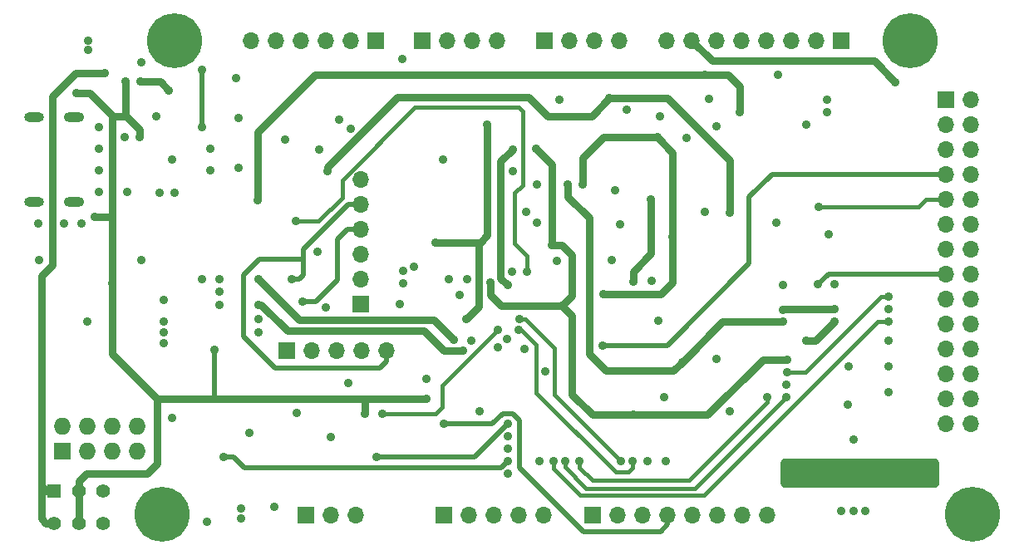
<source format=gbr>
G04 #@! TF.GenerationSoftware,KiCad,Pcbnew,5.1.6-c6e7f7d~87~ubuntu18.04.1*
G04 #@! TF.CreationDate,2020-10-25T15:07:58+02:00*
G04 #@! TF.ProjectId,PSLab,50534c61-622e-46b6-9963-61645f706362,v6.1*
G04 #@! TF.SameCoordinates,Original*
G04 #@! TF.FileFunction,Copper,L3,Inr*
G04 #@! TF.FilePolarity,Positive*
%FSLAX46Y46*%
G04 Gerber Fmt 4.6, Leading zero omitted, Abs format (unit mm)*
G04 Created by KiCad (PCBNEW 5.1.6-c6e7f7d~87~ubuntu18.04.1) date 2020-10-25 15:07:58*
%MOMM*%
%LPD*%
G01*
G04 APERTURE LIST*
G04 #@! TA.AperFunction,ViaPad*
%ADD10O,2.100000X1.000000*%
G04 #@! TD*
G04 #@! TA.AperFunction,ViaPad*
%ADD11O,2.000000X1.000000*%
G04 #@! TD*
G04 #@! TA.AperFunction,ViaPad*
%ADD12R,1.700000X1.700000*%
G04 #@! TD*
G04 #@! TA.AperFunction,ViaPad*
%ADD13O,1.700000X1.700000*%
G04 #@! TD*
G04 #@! TA.AperFunction,ViaPad*
%ADD14R,1.400000X1.400000*%
G04 #@! TD*
G04 #@! TA.AperFunction,ViaPad*
%ADD15C,1.400000*%
G04 #@! TD*
G04 #@! TA.AperFunction,ViaPad*
%ADD16R,1.727200X1.727200*%
G04 #@! TD*
G04 #@! TA.AperFunction,ViaPad*
%ADD17O,1.727200X1.727200*%
G04 #@! TD*
G04 #@! TA.AperFunction,ViaPad*
%ADD18C,5.600000*%
G04 #@! TD*
G04 #@! TA.AperFunction,ViaPad*
%ADD19C,0.914400*%
G04 #@! TD*
G04 #@! TA.AperFunction,Conductor*
%ADD20C,0.762000*%
G04 #@! TD*
G04 #@! TA.AperFunction,Conductor*
%ADD21C,0.304800*%
G04 #@! TD*
G04 #@! TA.AperFunction,Conductor*
%ADD22C,0.406400*%
G04 #@! TD*
G04 #@! TA.AperFunction,Conductor*
%ADD23C,0.508000*%
G04 #@! TD*
G04 #@! TA.AperFunction,Conductor*
%ADD24C,0.254000*%
G04 #@! TD*
G04 APERTURE END LIST*
D10*
X95945000Y-79170000D03*
X95945000Y-70530000D03*
D11*
X91865000Y-79170000D03*
X91865000Y-70530000D03*
D12*
X184736400Y-68757600D03*
D13*
X187276400Y-68757600D03*
X184736400Y-71297600D03*
X187276400Y-71297600D03*
X184736400Y-73837600D03*
X187276400Y-73837600D03*
X184736400Y-76377600D03*
X187276400Y-76377600D03*
X184736400Y-78917600D03*
X187276400Y-78917600D03*
X184736400Y-81457600D03*
X187276400Y-81457600D03*
X184736400Y-83997600D03*
X187276400Y-83997600D03*
X184736400Y-86537600D03*
X187276400Y-86537600D03*
X184736400Y-89077600D03*
X187276400Y-89077600D03*
X184736400Y-91617600D03*
X187276400Y-91617600D03*
X184736400Y-94157600D03*
X187276400Y-94157600D03*
X184736400Y-96697600D03*
X187276400Y-96697600D03*
X184736400Y-99237600D03*
X187276400Y-99237600D03*
X184736400Y-101777600D03*
X187276400Y-101777600D03*
D12*
X125148000Y-89611000D03*
D13*
X125148000Y-87071000D03*
X125148000Y-84531000D03*
X125148000Y-81991000D03*
X125148000Y-79451000D03*
X125148000Y-76911000D03*
D12*
X117629600Y-94335400D03*
D13*
X120169600Y-94335400D03*
X122709600Y-94335400D03*
X125249600Y-94335400D03*
X127789600Y-94335400D03*
D12*
X143850000Y-62750000D03*
D13*
X146390000Y-62750000D03*
X148930000Y-62750000D03*
X151470000Y-62750000D03*
D12*
X174090000Y-62750000D03*
D13*
X171550000Y-62750000D03*
X169010000Y-62750000D03*
X166470000Y-62750000D03*
X163930000Y-62750000D03*
X161390000Y-62750000D03*
X158850000Y-62750000D03*
X156310000Y-62750000D03*
D12*
X148770000Y-111074000D03*
D13*
X151310000Y-111074000D03*
X153850000Y-111074000D03*
X156390000Y-111074000D03*
X158930000Y-111074000D03*
X161470000Y-111074000D03*
X164010000Y-111074000D03*
X166550000Y-111074000D03*
D12*
X133580800Y-111074000D03*
D13*
X136120800Y-111074000D03*
X138660800Y-111074000D03*
X141200800Y-111074000D03*
X143740800Y-111074000D03*
D12*
X119560000Y-111074000D03*
D13*
X122100000Y-111074000D03*
X124640000Y-111074000D03*
D14*
X93906000Y-108635600D03*
D15*
X96406000Y-108635600D03*
X98906000Y-108635600D03*
X93906000Y-111935600D03*
X96406000Y-111935600D03*
X98906000Y-111935600D03*
D16*
X94693400Y-104546200D03*
D17*
X94693400Y-102006200D03*
X97233400Y-104546200D03*
X97233400Y-102006200D03*
X99773400Y-104546200D03*
X99773400Y-102006200D03*
X102313400Y-104546200D03*
X102313400Y-102006200D03*
D12*
X131430000Y-62750000D03*
D13*
X133970000Y-62750000D03*
X136510000Y-62750000D03*
X139050000Y-62750000D03*
D12*
X126630000Y-62750000D03*
D13*
X124090000Y-62750000D03*
X121550000Y-62750000D03*
X119010000Y-62750000D03*
X116470000Y-62750000D03*
X113930000Y-62750000D03*
D10*
X95945000Y-70530000D03*
X95945000Y-79170000D03*
D11*
X91865000Y-70530000D03*
X91865000Y-79170000D03*
D18*
X104880000Y-111020000D03*
X181090000Y-62780000D03*
X106150000Y-62770000D03*
X187420000Y-111010000D03*
D19*
X162760000Y-100480000D03*
X156910000Y-82700000D03*
X170480000Y-93340000D03*
X147760000Y-77420000D03*
X155310000Y-72590000D03*
X160640000Y-68650000D03*
X97350000Y-62777200D03*
X97350000Y-63717200D03*
X173400000Y-91400000D03*
X175306000Y-103414400D03*
X175326000Y-110644400D03*
X176516000Y-110674400D03*
X174036000Y-110644400D03*
X98427190Y-78200000D03*
X105894834Y-74850000D03*
X102755000Y-85074978D03*
X92352990Y-85075000D03*
X101119600Y-72600000D03*
X112463000Y-66573200D03*
X105090000Y-89175000D03*
X112956000Y-110439000D03*
X112956000Y-111429600D03*
X136349400Y-93300000D03*
X149837510Y-88620000D03*
X129130000Y-89572494D03*
X116360000Y-110232504D03*
X112700000Y-70645004D03*
X117429998Y-72874998D03*
X178912488Y-93340000D03*
X105945600Y-101168000D03*
X133517500Y-74902500D03*
X120700000Y-84250000D03*
X124100000Y-71750000D03*
X98071600Y-80721000D03*
X96140010Y-68107510D03*
X131795218Y-99288400D03*
X156161400Y-105638400D03*
X140080000Y-104368400D03*
X137195214Y-100558400D03*
X110238200Y-94259200D03*
X125534800Y-100778400D03*
X102596060Y-72607260D03*
X101138100Y-66907500D03*
X99773400Y-87496600D03*
X121600000Y-89940000D03*
X145600000Y-89800000D03*
X152890000Y-100890000D03*
X144640000Y-83590000D03*
X138300000Y-87420000D03*
X168520000Y-95260000D03*
X143030000Y-73800000D03*
X160190000Y-66250000D03*
X163700000Y-70050000D03*
X118617400Y-100708000D03*
X114640296Y-79000000D03*
X172650004Y-70050000D03*
X123837500Y-97649980D03*
X122938200Y-70798200D03*
X129395000Y-64625000D03*
X135230000Y-88650000D03*
X168519189Y-96528572D03*
X178919704Y-88850000D03*
X114690000Y-92444333D03*
X152250000Y-69800000D03*
X134060000Y-87080000D03*
X141220000Y-92240000D03*
X152834000Y-105638400D03*
X135960000Y-87060000D03*
X155600000Y-70450000D03*
X151620000Y-105638400D03*
X141260000Y-91100000D03*
X130530000Y-85800000D03*
X105090000Y-92470000D03*
X168510000Y-97790000D03*
X178919704Y-90130000D03*
X139070000Y-94010000D03*
X174762500Y-99880904D03*
X140010000Y-93130000D03*
X178922496Y-98579996D03*
X141830000Y-94180000D03*
X178919700Y-95960988D03*
X143880000Y-96440000D03*
X174804900Y-95961012D03*
X161330000Y-71500000D03*
X179605600Y-66979600D03*
X110700000Y-88350000D03*
X108990000Y-87050000D03*
X110700000Y-89640000D03*
X106123400Y-78282602D03*
X110700000Y-87040000D03*
X104624800Y-78282602D03*
X120924000Y-73862988D03*
X112701980Y-75702200D03*
X145390000Y-68730000D03*
X156050000Y-99050000D03*
X154720000Y-87230000D03*
X150450000Y-68620000D03*
X161335000Y-95215000D03*
X162689200Y-80314602D03*
X168120000Y-87620000D03*
X121700000Y-76050000D03*
X167620000Y-66240000D03*
X172650000Y-68780000D03*
X145130000Y-85220000D03*
X173400000Y-87580000D03*
X140550000Y-86300000D03*
X171807800Y-79679600D03*
X158330000Y-72660000D03*
X170539998Y-71320000D03*
X140080000Y-105638400D03*
X111160014Y-105206500D03*
X118137700Y-87040000D03*
X167500000Y-81310000D03*
X172760000Y-82460000D03*
X155420000Y-91290000D03*
X171730000Y-87560000D03*
X151538600Y-81432200D03*
X154710000Y-78900000D03*
X152890000Y-87270000D03*
X168480000Y-99050000D03*
X145925200Y-105638400D03*
X144807600Y-105638400D03*
X178919704Y-91389000D03*
X160190000Y-80170000D03*
X150660000Y-85140000D03*
X119220000Y-89360000D03*
X113759986Y-102747500D03*
X126760000Y-105206484D03*
X140080000Y-101828400D03*
X122059986Y-103155000D03*
X151020000Y-77990000D03*
X149786000Y-93827400D03*
X140070000Y-87630000D03*
X140590000Y-73810000D03*
X140080000Y-106908400D03*
X143334400Y-105638400D03*
X140080000Y-103098400D03*
X133631602Y-101828400D03*
X143040000Y-77390000D03*
X141980000Y-80180000D03*
X114712855Y-87040000D03*
X134650000Y-93250000D03*
X114690000Y-89640000D03*
X135550000Y-94350000D03*
X129430000Y-86200000D03*
X114690000Y-91135000D03*
X143070000Y-81270000D03*
X140610000Y-76020000D03*
X135870000Y-91120000D03*
X137990000Y-71320000D03*
X132770000Y-83310000D03*
X105090000Y-91370000D03*
X102760000Y-64920000D03*
X92280400Y-81406728D03*
X108993600Y-71551598D03*
X97309612Y-91363574D03*
X108960000Y-65710000D03*
X98442400Y-73750000D03*
X109806400Y-73736000D03*
X98442406Y-75950000D03*
X109806400Y-75983585D03*
X105090000Y-93580000D03*
X131802800Y-97256402D03*
X129430000Y-87500000D03*
X183454800Y-106792000D03*
X168356400Y-107772000D03*
X183444800Y-107772000D03*
X168346400Y-105812000D03*
X183434800Y-105812000D03*
X168356400Y-106792000D03*
X109500011Y-111757511D03*
X99040000Y-66040016D03*
X154370000Y-105638400D03*
X139070000Y-92240000D03*
X127363600Y-100778400D03*
X98445700Y-71530300D03*
X101326060Y-78185100D03*
X142057500Y-86300400D03*
X118520000Y-81140000D03*
X168150000Y-91410000D03*
X146200000Y-77420000D03*
X157890000Y-95500000D03*
X166490000Y-99040000D03*
X147423802Y-105638400D03*
X104320000Y-70427500D03*
X105583100Y-67809200D03*
X102713000Y-66907500D03*
X96670000Y-81390000D03*
X94860000Y-81380000D03*
X168170000Y-90160000D03*
X173400000Y-90120000D03*
D20*
X147760000Y-77420000D02*
X147760000Y-74680000D01*
X149850000Y-72590000D02*
X155310000Y-72590000D01*
X147760000Y-74680000D02*
X149850000Y-72590000D01*
X156910000Y-87400000D02*
X155690000Y-88620000D01*
X155690000Y-88620000D02*
X149837510Y-88620000D01*
X156910000Y-82700000D02*
X156910000Y-87400000D01*
X171460000Y-93340000D02*
X170570000Y-93340000D01*
X173400000Y-91400000D02*
X171460000Y-93340000D01*
X156910000Y-74190000D02*
X156910000Y-82700000D01*
X155310000Y-72590000D02*
X156910000Y-74190000D01*
D21*
X124890000Y-86830000D02*
X125170000Y-87110000D01*
D22*
X98659000Y-80721000D02*
X98071600Y-80721000D01*
D20*
X99697200Y-80721000D02*
X99773400Y-80797200D01*
X98071600Y-80721000D02*
X99697200Y-80721000D01*
X96406000Y-111935600D02*
X96406000Y-108635600D01*
X96406000Y-107608800D02*
X96406000Y-108635600D01*
X99773400Y-94716400D02*
X104345400Y-99288400D01*
X104345400Y-99288400D02*
X104345400Y-105841600D01*
X104345400Y-105841600D02*
X103329400Y-106857600D01*
X103329400Y-106857600D02*
X97157200Y-106857600D01*
X97157200Y-106857600D02*
X96406000Y-107608800D01*
X104345400Y-99288400D02*
X120779200Y-99288400D01*
D23*
X110238200Y-94259200D02*
X110238200Y-99339200D01*
D20*
X125526200Y-100769800D02*
X125534800Y-100778400D01*
X125526200Y-99288400D02*
X125526200Y-100769800D01*
X125526200Y-99288400D02*
X131795218Y-99288400D01*
X120779200Y-99288400D02*
X125526200Y-99288400D01*
X99773400Y-75946640D02*
X99773400Y-80797200D01*
X99773400Y-70637200D02*
X99773400Y-75946640D01*
X99983100Y-70427500D02*
X99773400Y-70637200D01*
X99773400Y-70391660D02*
X99773400Y-70637200D01*
X96140010Y-68107510D02*
X97489250Y-68107510D01*
X97489250Y-68107510D02*
X99773400Y-70391660D01*
X101138100Y-70361900D02*
X101072500Y-70427500D01*
X101138100Y-66907500D02*
X101138100Y-70361900D01*
X101072500Y-70427500D02*
X99983100Y-70427500D01*
X102596060Y-71819860D02*
X101138100Y-70361900D01*
X102596060Y-72607260D02*
X102596060Y-71819860D01*
X99773400Y-80797200D02*
X99773400Y-87496600D01*
X99773400Y-87496600D02*
X99773400Y-94716400D01*
X139430000Y-89800000D02*
X145600000Y-89800000D01*
X138300000Y-88670000D02*
X139430000Y-89800000D01*
X138300000Y-87420000D02*
X138300000Y-88670000D01*
X160440000Y-100890000D02*
X152890000Y-100890000D01*
X166070000Y-95260000D02*
X160440000Y-100890000D01*
X168520000Y-95260000D02*
X166070000Y-95260000D01*
X146636400Y-88763600D02*
X145600000Y-89800000D01*
X146636400Y-84607200D02*
X146636400Y-88763600D01*
X144640000Y-83590000D02*
X145619200Y-83590000D01*
X145619200Y-83590000D02*
X146636400Y-84607200D01*
X146611000Y-98791000D02*
X148710000Y-100890000D01*
X145600000Y-89800000D02*
X146611000Y-90811000D01*
X148710000Y-100890000D02*
X152890000Y-100890000D01*
X146611000Y-90811000D02*
X146611000Y-98791000D01*
X143030000Y-73800000D02*
X144640000Y-75410000D01*
X144640000Y-75410000D02*
X144640000Y-83590000D01*
X160190000Y-66250000D02*
X162560000Y-66250000D01*
D21*
X160190000Y-66250000D02*
X160190000Y-66220000D01*
D20*
X162560000Y-66250000D02*
X163700000Y-67390000D01*
X163700000Y-67390000D02*
X163700000Y-70050000D01*
X160190000Y-66250000D02*
X120442000Y-66250000D01*
X120442000Y-66250000D02*
X114640296Y-72051704D01*
X114640296Y-72051704D02*
X114640296Y-79000000D01*
D22*
X170452828Y-96528572D02*
X168519189Y-96528572D01*
X178919704Y-88850000D02*
X178131400Y-88850000D01*
X178131400Y-88850000D02*
X170452828Y-96528572D01*
X152834000Y-106248000D02*
X152834000Y-105638400D01*
X141493000Y-92240000D02*
X143030000Y-93777000D01*
X143030000Y-98630000D02*
X151079800Y-106679800D01*
X143030000Y-93777000D02*
X143030000Y-98630000D01*
X141220000Y-92240000D02*
X141493000Y-92240000D01*
X152402200Y-106679800D02*
X152834000Y-106248000D01*
X151079800Y-106679800D02*
X152402200Y-106679800D01*
X151620000Y-105580000D02*
X151620000Y-105638400D01*
X144859790Y-98819790D02*
X151620000Y-105580000D01*
X144859790Y-94053212D02*
X144859790Y-98819790D01*
X141260000Y-91100000D02*
X141906578Y-91100000D01*
X141906578Y-91100000D02*
X144859790Y-94053212D01*
D20*
X177426000Y-64800000D02*
X179605600Y-66979600D01*
X158850000Y-62750000D02*
X160900000Y-64800000D01*
X160900000Y-64800000D02*
X177426000Y-64800000D01*
X150450000Y-68620000D02*
X156350000Y-68620000D01*
X162689200Y-74959200D02*
X162689200Y-80314602D01*
X156350000Y-68620000D02*
X162689200Y-74959200D01*
X148645000Y-70425000D02*
X150450000Y-68620000D01*
X121700000Y-76050000D02*
X121700000Y-75650000D01*
X142263600Y-68525000D02*
X144163600Y-70425000D01*
X128825000Y-68525000D02*
X142263600Y-68525000D01*
X121700000Y-75650000D02*
X128825000Y-68525000D01*
X144163600Y-70425000D02*
X148645000Y-70425000D01*
D22*
X184890000Y-79096800D02*
X184890000Y-79071200D01*
X184890000Y-79071200D02*
X184736400Y-78917600D01*
X181917000Y-79679600D02*
X171807800Y-79679600D01*
X184736400Y-78917600D02*
X182679000Y-78917600D01*
X182679000Y-78917600D02*
X181917000Y-79679600D01*
D23*
X112193900Y-105206500D02*
X111160014Y-105206500D01*
X113260800Y-106273400D02*
X112193900Y-105206500D01*
X140080000Y-105638400D02*
X139445000Y-106273400D01*
X139445000Y-106273400D02*
X113260800Y-106273400D01*
X127789600Y-95453000D02*
X127103800Y-96138800D01*
X127789600Y-94335400D02*
X127789600Y-95453000D01*
X127103800Y-96138800D02*
X116410400Y-96138800D01*
X114810200Y-85013600D02*
X119256400Y-85013600D01*
X116410400Y-96138800D02*
X113210000Y-92938400D01*
X113210000Y-92938400D02*
X113210000Y-86613800D01*
X113210000Y-86613800D02*
X114810200Y-85013600D01*
X119310000Y-86609800D02*
X119310000Y-84880000D01*
X118137700Y-87040000D02*
X118879800Y-87040000D01*
X118879800Y-87040000D02*
X119310000Y-86609800D01*
X123829000Y-79451000D02*
X125148000Y-79451000D01*
X119310000Y-84900000D02*
X119310000Y-83970000D01*
X119310000Y-83970000D02*
X123829000Y-79451000D01*
X172752400Y-86537600D02*
X171730000Y-87560000D01*
X184890000Y-86716800D02*
X184710800Y-86537600D01*
X184710800Y-86537600D02*
X172752400Y-86537600D01*
D20*
X152890000Y-87270000D02*
X152890000Y-86260000D01*
X152890000Y-86260000D02*
X154710000Y-84440000D01*
X154710000Y-84440000D02*
X154710000Y-78900000D01*
D22*
X159173800Y-108356200D02*
X168480000Y-99050000D01*
X148058800Y-108356200D02*
X159173800Y-108356200D01*
X145925200Y-105638400D02*
X145925200Y-106222600D01*
X145925200Y-106222600D02*
X148058800Y-108356200D01*
X144807600Y-106400400D02*
X144807600Y-105638400D01*
X147449200Y-109042000D02*
X144807600Y-106400400D01*
X178919704Y-91389000D02*
X177776800Y-91389000D01*
X160123800Y-109042000D02*
X147449200Y-109042000D01*
X177776800Y-91389000D02*
X160123800Y-109042000D01*
D23*
X123801800Y-81991000D02*
X125148000Y-81991000D01*
X122785800Y-83007000D02*
X123801800Y-81991000D01*
X122785800Y-87154200D02*
X122785800Y-83007000D01*
X119220000Y-89360000D02*
X120580000Y-89360000D01*
X120580000Y-89360000D02*
X122785800Y-87154200D01*
X136705112Y-105206484D02*
X140083196Y-101828400D01*
X126760000Y-105206484D02*
X136705112Y-105206484D01*
X136701916Y-105206484D02*
X140080000Y-101828400D01*
X126760000Y-105206484D02*
X136701916Y-105206484D01*
X167007200Y-76377600D02*
X184736400Y-76377600D01*
X164695800Y-78689000D02*
X167007200Y-76377600D01*
X149786000Y-93827400D02*
X156339200Y-93827400D01*
X164695800Y-85470800D02*
X164695800Y-78689000D01*
X156339200Y-93827400D02*
X164695800Y-85470800D01*
D20*
X139380000Y-86940000D02*
X140070000Y-87630000D01*
X139380000Y-75020000D02*
X139380000Y-86940000D01*
X140590000Y-73810000D02*
X139380000Y-75020000D01*
D23*
X139578801Y-100757999D02*
X138508400Y-101828400D01*
X138508400Y-101828400D02*
X133631602Y-101828400D01*
X140616600Y-100757999D02*
X139578801Y-100757999D01*
X156390000Y-111074000D02*
X156390000Y-112064600D01*
X156390000Y-112064600D02*
X155678800Y-112775800D01*
X155678800Y-112775800D02*
X147804800Y-112775800D01*
X147804800Y-112775800D02*
X141302400Y-106273400D01*
X141302400Y-106273400D02*
X141302400Y-101443799D01*
X141302400Y-101443799D02*
X140616600Y-100757999D01*
D20*
X119930500Y-91200700D02*
X132600700Y-91200700D01*
X114712855Y-87040000D02*
X118852855Y-91180000D01*
X132600700Y-91200700D02*
X134650000Y-93250000D01*
X119909800Y-91180000D02*
X119930500Y-91200700D01*
X118852855Y-91180000D02*
X119909800Y-91180000D01*
X133570000Y-94350000D02*
X135550000Y-94350000D01*
X131548800Y-92328800D02*
X133570000Y-94350000D01*
X117658800Y-92328800D02*
X131548800Y-92328800D01*
X114690000Y-89640000D02*
X114970000Y-89640000D01*
X114970000Y-89640000D02*
X117658800Y-92328800D01*
D23*
X108993600Y-65743600D02*
X108960000Y-65710000D01*
D20*
X137990000Y-71320000D02*
X137990000Y-82611000D01*
X137291000Y-83310000D02*
X138000400Y-82600600D01*
X132770000Y-83310000D02*
X137291000Y-83310000D01*
X137136800Y-83464200D02*
X137289200Y-83311800D01*
X135870000Y-91120000D02*
X137136800Y-89853200D01*
X137136800Y-89853200D02*
X137136800Y-83464200D01*
D23*
X108993600Y-71551598D02*
X108993600Y-65743600D01*
D20*
X93093200Y-108635600D02*
X92610600Y-108153000D01*
X93906000Y-108635600D02*
X93093200Y-108635600D01*
X92610600Y-108153000D02*
X92610600Y-111480400D01*
X93065800Y-111935600D02*
X93906000Y-111935600D01*
X92610600Y-111480400D02*
X93065800Y-111935600D01*
X93702800Y-68452800D02*
X96115584Y-66040016D01*
X96115584Y-66040016D02*
X99040000Y-66040016D01*
X93702800Y-85597800D02*
X93702800Y-68452800D01*
X92610600Y-86690000D02*
X93702800Y-85597800D01*
X92610600Y-108153000D02*
X92610600Y-86690000D01*
D22*
X132545200Y-100778400D02*
X127363600Y-100778400D01*
X132723000Y-100778400D02*
X132545200Y-100778400D01*
X133383400Y-100118000D02*
X132723000Y-100778400D01*
X139070000Y-92240000D02*
X133383400Y-97926600D01*
X133383400Y-97926600D02*
X133383400Y-100118000D01*
X142060000Y-84651900D02*
X142060000Y-86297900D01*
X141613000Y-77499300D02*
X140825600Y-78286700D01*
X141613000Y-69980900D02*
X141613000Y-77499300D01*
X141181200Y-69549100D02*
X141613000Y-69980900D01*
X130614800Y-69549100D02*
X141181200Y-69549100D01*
X123223400Y-76940500D02*
X130614800Y-69549100D01*
X142060000Y-86297900D02*
X142057500Y-86300400D01*
X140825600Y-83417500D02*
X142060000Y-84651900D01*
X140825600Y-78286700D02*
X140825600Y-83417500D01*
X120814600Y-81140000D02*
X123223400Y-78731200D01*
X118520000Y-81140000D02*
X120814600Y-81140000D01*
X123223400Y-78731200D02*
X123223400Y-76940500D01*
D20*
X146200000Y-78640000D02*
X146200000Y-77420000D01*
X148389000Y-80829000D02*
X146200000Y-78640000D01*
X148389000Y-94689000D02*
X148389000Y-80829000D01*
X150090000Y-96390000D02*
X148389000Y-94689000D01*
X161980000Y-91410000D02*
X168150000Y-91410000D01*
X157890000Y-95500000D02*
X161980000Y-91410000D01*
X157890000Y-95500000D02*
X157000000Y-96390000D01*
X157000000Y-96390000D02*
X150090000Y-96390000D01*
D22*
X147423802Y-106248002D02*
X147423802Y-105638400D01*
X148744600Y-107568800D02*
X147423802Y-106248002D01*
X158549000Y-107568800D02*
X148744600Y-107568800D01*
X166500000Y-98940000D02*
X166500000Y-99617800D01*
X166500000Y-99617800D02*
X158549000Y-107568800D01*
D20*
X104681400Y-66907500D02*
X105583100Y-67809200D01*
X102713000Y-66907500D02*
X104681400Y-66907500D01*
X168210000Y-90120000D02*
X173400000Y-90120000D01*
X168170000Y-90160000D02*
X168210000Y-90120000D01*
D24*
G36*
X183594059Y-105435168D02*
G01*
X183847400Y-105671937D01*
X183847400Y-107949374D01*
X183672062Y-108151400D01*
X168222606Y-108151400D01*
X167947000Y-107875794D01*
X167947000Y-105691006D01*
X168212573Y-105425433D01*
X183594059Y-105435168D01*
G37*
X183594059Y-105435168D02*
X183847400Y-105671937D01*
X183847400Y-107949374D01*
X183672062Y-108151400D01*
X168222606Y-108151400D01*
X167947000Y-107875794D01*
X167947000Y-105691006D01*
X168212573Y-105425433D01*
X183594059Y-105435168D01*
M02*

</source>
